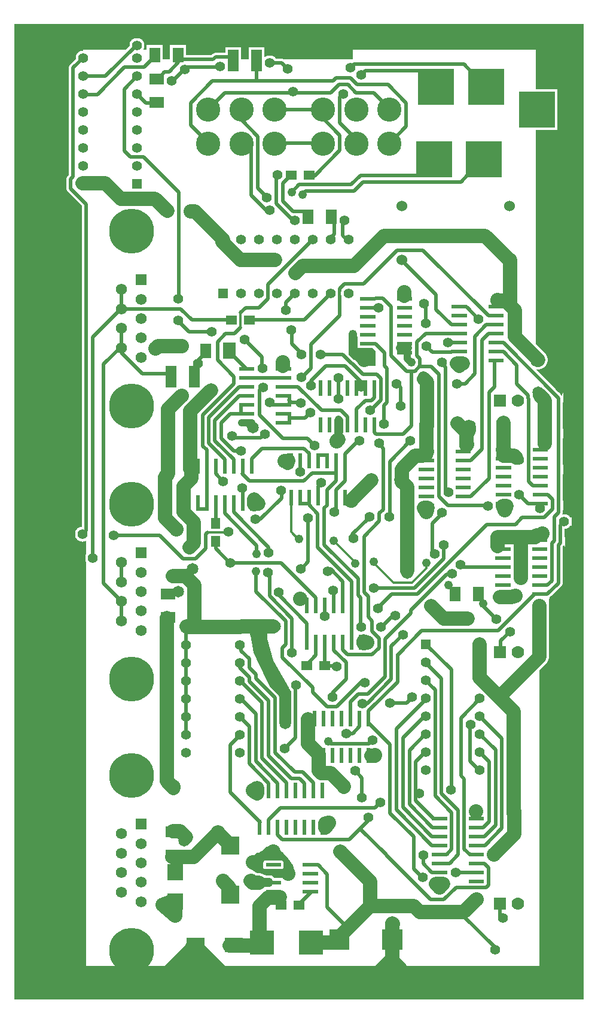
<source format=gbr>
G04 Title: Twister2, layergroup #2 *
G04 Creator: pcb-bin 20060321 *
G04 CreationDate: Thu May 25 07:45:50 2006 UTC *
G04 For: clock *
G04 Format: Gerber/RS-274X *
G04 PCB-Dimensions: 322834 546999 *
G04 PCB-Coordinate-Origin: lower left *
%MOIN*%
%FSLAX24Y24*%
G04 contains layers component (3) GND-comp (4) Vcc-comp (5) *
%IPPOS*%
%ADD11C,0.0200*%
%ADD12C,0.0479*%
%ADD13C,0.0200*%
%ADD14C,0.0480*%
%ADD15C,0.0120*%
%ADD16C,0.0400*%
%ADD17C,0.0800*%
%ADD18C,0.1080*%
%ADD19C,0.0400*%
%ADD20C,0.0680*%
%ADD21C,0.0399*%
%ADD22C,0.0479*%
%ADD23C,0.0100*%
%ADD24C,0.0374*%
%ADD25R,0.0866X0.0866*%
%ADD26R,0.1142X0.1142*%
%ADD27R,0.0946X0.0946*%
%ADD28C,0.0079*%
%ADD29C,0.0080*%
%ADD30R,0.1102X0.1102*%
%ADD31R,0.1378X0.1378*%
%ADD32R,0.1182X0.1182*%
%ADD33C,0.0394*%
%ADD34R,0.0600X0.0600*%
%ADD35R,0.0876X0.0876*%
%ADD36R,0.0680X0.0680*%
%ADD37R,0.0800X0.0800*%
%ADD38R,0.1076X0.1076*%
%ADD39R,0.0880X0.0880*%
%ADD40C,0.0300*%
%ADD41C,0.0400*%
%ADD42C,0.0200*%
%ADD43R,0.0876X0.0876*%
%ADD44R,0.2000X0.2000*%
%ADD45R,0.2276X0.2276*%
%ADD46R,0.2080X0.2080*%
%ADD47R,0.0500X0.0500*%
%ADD48R,0.0775X0.0775*%
%ADD49R,0.0580X0.0580*%
%ADD50R,0.0552X0.0552*%
%ADD51R,0.0632X0.0632*%
%ADD52C,0.0156*%
%AMTHERM1*7,0,0,0.0828,0.0552,0.0156,45*%
%ADD53THERM1*%
%ADD54R,0.0828X0.0828X0.0552X0.0552*%
%ADD55R,0.0828X0.0828*%
%ADD56C,0.0552*%
%ADD57C,0.0632*%
%ADD58C,0.0828X0.0552*%
%ADD59C,0.0828*%
%ADD60C,0.0600*%
%ADD61C,0.0680*%
%ADD62C,0.0876X0.0600*%
%ADD63C,0.0876*%
%ADD64C,0.0160*%
%AMTHERM2*7,0,0,0.0876,0.0600,0.0160,45*%
%ADD65THERM2*%
%ADD66R,0.0700X0.0700*%
%ADD67R,0.0780X0.0780*%
%ADD68R,0.0975X0.0975X0.0700X0.0700*%
%ADD69R,0.0975X0.0975*%
%ADD70C,0.0700*%
%ADD71C,0.0780*%
%ADD72C,0.0210*%
%AMTHERM3*7,0,0,0.0975,0.0700,0.0210,45*%
%ADD73THERM3*%
%ADD74C,0.0975X0.0700*%
%ADD75C,0.0975*%
%ADD76R,0.0916X0.0916*%
%ADD77R,0.0200X0.0200*%
%ADD78R,0.0476X0.0476*%
%ADD79R,0.0280X0.0280*%
%ADD80C,0.1350*%
%ADD81C,0.1430*%
%ADD82C,0.1626X0.1350*%
%ADD83C,0.1626*%
%ADD84R,0.1378X0.1378*%
%ADD85R,0.1653X0.1653*%
%ADD86R,0.1458X0.1458*%
%ADD87R,0.0984X0.0984*%
%ADD88R,0.1260X0.1260*%
%ADD89R,0.1064X0.1064*%
%ADD90R,0.0620X0.0620*%
%ADD91R,0.0900X0.0900X0.0620X0.0620*%
%ADD92R,0.0900X0.0900*%
%ADD93C,0.0620*%
%ADD94C,0.0900X0.0620*%
%ADD95C,0.0900*%
%ADD96C,0.2500*%
%ADD97C,0.2580*%
%ADD98C,0.0625*%
%AMTHERM4*7,0,0,0.2780,0.2500,0.0625,45*%
%ADD99THERM4*%
%ADD100C,0.2780X0.2500*%
%ADD101C,0.2780*%
%ADD102C,0.0133*%
%AMTHERM5*7,0,0,0.0900,0.0620,0.0133,45*%
%ADD103THERM5*%
%ADD104R,0.2600X0.2600*%
%ADD105R,0.2876X0.2876*%
%ADD106R,0.2680X0.2680*%
%ADD107C,0.0169*%
%ADD108C,0.0135*%
%ADD109C,0.0128*%
%ADD110C,0.0162*%
%ADD111C,0.0122*%
%ADD112C,0.0142*%
%ADD113C,0.0149*%
%ADD114C,0.0119*%
%ADD115C,0.0136*%
%ADD116C,0.0128*%
%ADD117C,0.0108*%
%ADD118C,0.0156*%
%ADD119C,0.0101*%
%ADD120C,0.0094*%
%ADD121C,0.0115*%
%ADD122C,0.0173*%
%ADD123C,0.0146*%
%ADD124C,0.0098*%
%ADD125C,0.0091*%
%ADD126C,0.0118*%
%ADD127C,0.0220*%
%ADD128C,0.0186*%
%ADD129C,0.0152*%
%ADD130C,0.0105*%
%ADD131C,0.0132*%
%ADD132C,0.0800*%
%ADD133C,0.1079*%
%ADD134C,0.1079X0.0800*%
%ADD135C,0.0560*%
%ADD136C,0.0839*%
%ADD137C,0.0839X0.0560*%
%ADD138C,0.0480*%
%ADD139C,0.0759*%
%ADD140C,0.0759X0.0480*%
%ADD141C,0.0650*%
%ADD142C,0.0929*%
%ADD143C,0.0929X0.0650*%
%ADD144C,0.0150*%
%AMTHERM6*7,0,0,0.0929,0.0650,0.0150,45*%
%ADD145THERM6*%
%AMTHERM7*7,0,0,0.1079,0.0800,0.0150,45*%
%ADD146THERM7*%
%ADD147C,0.0839*%
%ADD148C,0.0839X0.0560*%
%ADD149C,0.1080X0.0800*%
%ADD150C,0.0160*%
%AMTHERM8*7,0,0,0.0839,0.0560,0.0160,45*%
%ADD151THERM8*%
%ADD152C,0.0120*%
%AMTHERM9*7,0,0,0.0759,0.0480,0.0120,45*%
%ADD153THERM9*%
%ADD154C,0.0150*%
%AMTHERM10*7,0,0,0.1080,0.0800,0.0150,45*%
%ADD155THERM10*%
%ADD156C,0.0560*%
%ADD157C,0.0839*%
%ADD158C,0.0839X0.0560*%
%LNGROUP_1*%
%LPD*%
G01X0Y0D02*
G54D23*G36*
X18209Y39325D02*X18406D01*
Y39699D01*
X18209D01*
Y39325D01*
G37*
G36*
X6870Y46999D02*X7240D01*
Y47199D01*
X6870D01*
Y46999D01*
G37*
G36*
X6860Y51999D02*X7180D01*
Y52199D01*
X6860D01*
Y51999D01*
G37*
G36*
X14210Y39259D02*X14410D01*
Y39699D01*
X14210D01*
Y39259D01*
G37*
G36*
X31040Y27289D02*X31460D01*
Y26319D01*
X31040D01*
Y27289D01*
G37*
G36*
X31170Y27269D02*X31380D01*
Y27039D01*
X31170D01*
Y27269D01*
G37*
G36*
X30350Y24459D02*X31310D01*
Y22399D01*
X30350D01*
Y24459D01*
G37*
G36*
X30000Y22919D02*X30600D01*
Y21939D01*
X30000D01*
Y22919D01*
G37*
G36*
X3010Y54019D02*X3490D01*
Y45559D01*
X3010D01*
Y54019D01*
G37*
G36*
X2720Y44749D02*X3430D01*
Y46429D01*
X2720D01*
Y44749D01*
G37*
G36*
X3330Y44269D02*X4020D01*
Y44929D01*
X3330D01*
Y44269D01*
G37*
G36*
X15510Y52549D02*X19050D01*
Y53519D01*
X15510D01*
Y52549D01*
G37*
G36*
X6230Y53079D02*X8220D01*
Y54039D01*
X6230D01*
Y53079D01*
G37*
G36*
X3300Y53799D02*X4020D01*
Y52319D01*
X3300D01*
Y53799D01*
G37*
G36*
X5310Y53779D02*X6580D01*
Y53069D01*
X5310D01*
Y53779D01*
G37*
G36*
X30550Y27129D02*X30990D01*
Y34269D01*
X30550D01*
Y27129D01*
G37*
G36*
X31500Y34249D02*X31400Y36279D01*
X30400Y36629D01*
X29190Y35929D01*
X29240Y35029D01*
X30500Y33719D01*
X30910Y33559D01*
X31500Y34249D01*
G37*
G36*
X4190Y44369D02*X2950D01*
Y1209D01*
X4190D01*
Y44369D01*
G37*
G36*
X31510Y1569D02*X14880D01*
Y2059D01*
X31510D01*
Y1569D01*
G37*
G36*
X29450Y1689D02*X30640D01*
Y22079D01*
X29450D01*
Y1689D01*
G37*
G36*
X30590Y24209D02*X31080D01*
Y27759D01*
X30590D01*
Y24209D01*
G37*
G36*
X29250Y53959D02*X30980D01*
Y35909D01*
X29250D01*
Y53959D01*
G37*
G36*
X8170Y52549D02*X15750D01*
Y54069D01*
X8170D01*
Y52549D01*
G37*
G36*
X15040Y8209D02*X15220Y8039D01*
X15380Y7489D01*
X15850Y7179D01*
X15840Y7449D01*
X15640Y7809D01*
X15390Y8129D01*
X15140Y8419D01*
X15040Y8209D01*
G37*
G36*
X13480Y7109D02*X14350D01*
Y7739D01*
X13480D01*
Y7109D01*
G37*
G36*
X13380Y7529D02*X15240Y6939D01*
X15790Y7379D01*
X14860Y8689D01*
X14410Y8709D01*
X13270Y8089D01*
X13380Y7529D01*
G37*
G36*
X19310Y35709D02*X19960D01*
Y36489D01*
X19310D01*
Y35709D01*
G37*
G36*
X15570Y16439D02*X15700Y16909D01*
X15650Y17289D01*
X14620Y19069D01*
X14140Y20859D01*
X13290Y20889D01*
X13540Y19509D01*
X14610Y17209D01*
X15000Y16609D01*
X15570Y16439D01*
G37*
G36*
X14720Y15609D02*X15900D01*
Y16919D01*
X14720D01*
Y15609D01*
G37*
G36*
X18990Y35529D02*X19570D01*
Y36209D01*
X18990D01*
Y35529D01*
G37*
G36*
X18820Y35929D02*X19310D01*
Y37509D01*
X18820D01*
Y35929D01*
G37*
%LNCUTS*%
%LPC*%
G54D59*X13810Y39509D03*
X14810D03*
X7010Y51599D03*
Y52599D03*
G54D14*X6310Y47449D02*X6660Y47099D01*
G54D59*X7010Y46599D03*
Y47599D03*
X17810Y39509D03*
X18810D03*
G54D12*X3330Y45349D02*X4200Y44479D01*
X3460Y52069D02*Y46019D01*
X3330Y45889D01*
Y45349D01*
X4010Y52619D02*X3460Y52069D01*
G54D18*X4000Y45629D02*X5260D01*
G54D139*X2980Y52699D03*
Y50699D03*
Y48699D03*
Y46699D03*
G54D43*X2470Y54199D02*X31630D01*
G54D12*X4010Y52619D02*X3460Y52069D01*
G54D139*X2980Y52699D03*
G54D59*X4010Y52599D03*
G54D43*X2470Y54199D02*X31630D01*
G54D14*X6990Y53319D02*X5270Y51599D01*
G54D43*X2470Y54199D02*X31630D01*
G54D12*X3330Y45349D02*X4200Y44479D01*
X3460Y52069D02*Y46019D01*
X3330Y45889D01*
Y45349D01*
G54D139*X2980Y46699D03*
G54D142*X2940Y44649D03*
G54D105*X1484Y53199D02*Y1499D01*
G54D12*X3330Y45349D02*X4200Y44479D01*
Y26299D01*
G54D142*X2940Y44649D03*
G54D14*X6990Y53319D02*X5270Y51599D01*
X7010Y53319D02*X6990D01*
G54D142*X8680Y53649D03*
G54D136*X7020Y53319D03*
G54D35*X8010Y52889D02*Y52689D01*
G54D43*X2470Y54199D02*X31630D01*
G54D14*X30410Y33809D02*X30400Y33819D01*
X27460Y36759D02*X30540Y33679D01*
Y27309D02*Y33679D01*
G54D18*X29390Y35809D02*X28080Y37119D01*
G54D142*X29300Y35739D03*
X31150Y33699D03*
Y35699D03*
G54D43*X31625Y54050D02*Y950D01*
G54D18*X29390Y35809D02*X28080Y37119D01*
G54D142*X30970Y53549D03*
X29300Y35739D03*
G54D136*X29890Y49169D03*
Y50319D03*
G54D142*X31150Y51699D03*
Y43699D03*
Y45699D03*
Y47699D03*
Y49699D03*
Y35699D03*
Y37699D03*
Y39699D03*
Y41699D03*
G54D45*X29320Y49749D03*
G54D43*X2470Y54199D02*X31630D01*
G54D14*X30410Y33809D02*X30400Y33819D01*
X27460Y36759D02*X30540Y33679D01*
Y27309D02*Y33679D01*
X30290Y27059D02*X30540Y27309D01*
G54D136*X30810Y26809D03*
G54D142*X31150Y27699D03*
Y29699D03*
Y31699D03*
Y33699D03*
G54D136*X30810Y26809D03*
G54D142*X31150Y27699D03*
G54D43*X31625Y54050D02*Y950D01*
G54D12*X30820Y26799D02*X30640Y26619D01*
G54D136*X30810Y26809D03*
G54D142*X31150Y27699D03*
G54D43*X31625Y54050D02*Y950D01*
G54D12*X30530Y23389D02*X29900Y22759D01*
X30530Y25499D02*Y23389D01*
G54D14*X30150Y23519D02*X29890Y23259D01*
X30150Y25609D02*Y23519D01*
G54D139*X31130Y23719D03*
G54D43*X31625Y54050D02*Y950D01*
G54D12*X30530Y23389D02*X29900Y22759D01*
G54D78*X29150D02*X29800D01*
G54D14*X30540Y27309D02*Y33679D01*
X30290Y27059D02*X30540Y27309D01*
G54D12*X30820Y26799D02*X30640Y26619D01*
X30530Y25499D02*Y23389D01*
X30640Y26619D02*Y25609D01*
X30530Y25499D01*
G54D136*X30810Y26809D03*
G54D142*X31150Y27699D03*
G54D139*X31170Y25689D03*
G54D142*X18680Y53649D03*
X16680D03*
G54D14*X15090Y52339D02*X15390Y52039D01*
X9340Y52509D02*Y52369D01*
X14410Y52339D02*X15090D01*
X9340Y52369D02*X8810Y51839D01*
X9550Y52529D02*X11260D01*
X9250Y52739D02*X9280Y52709D01*
X9410Y52669D02*X9550Y52529D01*
X11260D02*X11420Y52689D01*
X12240D01*
G54D142*X8680Y53649D03*
G54D136*X14420Y52349D03*
G54D142*X14680Y53649D03*
X12680D03*
X10680D03*
G54D136*X11660Y52139D03*
G54D35*X8010Y52889D02*Y52689D01*
X9310Y52889D02*Y52689D01*
X13700Y52769D02*Y52169D01*
X12400Y52769D02*Y52169D01*
G54D43*X2470Y54199D02*X31630D01*
G54D12*X3330Y45349D02*X4200Y44479D01*
Y26299D01*
X3970Y26069D01*
G54D142*X2940Y4649D03*
Y2649D03*
X4250Y1089D03*
G54D136*X3990Y26099D03*
X4570Y24779D03*
G54D142*X2940Y32649D03*
Y30649D03*
Y28649D03*
Y44649D03*
Y42649D03*
Y40649D03*
Y38649D03*
Y36649D03*
Y34649D03*
Y7929D03*
Y10649D03*
Y12649D03*
Y14649D03*
Y16649D03*
Y18649D03*
Y20649D03*
Y22649D03*
Y24649D03*
Y26649D03*
G54D18*X13350Y6819D02*X13470Y6699D01*
X13810D01*
G54D133*X13380Y6809D03*
X13500Y7839D03*
G54D78*X14310Y7709D02*X14960D01*
X14310Y7209D02*X14960D01*
G54D142*X31150Y1719D03*
G54D43*X31625Y54050D02*Y950D01*
G54D133*X14620Y8429D03*
X15460Y7209D03*
X13380Y6809D03*
X14620Y8429D03*
X13500Y7839D03*
X15460Y7209D03*
G54D78*X14310Y7709D02*X14960D01*
X14310Y7209D02*X14960D01*
G54D18*X29460Y22109D02*Y19289D01*
X27220Y17049D01*
G54D133*X29460Y22109D03*
X19700Y35819D03*
G54D78*X19560Y36209D02*X20210D01*
X19560Y36709D02*X20210D01*
G54D14*X19000Y35599D02*X18500Y36099D01*
G54D133*X19700Y35819D03*
G54D139*X19060Y37229D03*
G54D14*X13650Y18069D02*X14720Y16999D01*
X15860Y17729D02*Y14789D01*
X14720Y16999D02*Y13949D01*
G54D18*X12870Y20979D02*X14640D01*
X12770Y20949D02*X9810D01*
G54D136*X15880Y17719D03*
G54D14*X13650Y18069D02*X14720Y16999D01*
X15860Y17729D02*Y14789D01*
X14720Y16999D02*Y13949D01*
G54D142*X15290Y15589D03*
G54D14*X19610Y34999D02*X19010Y35599D01*
X19000D02*X18500Y36099D01*
G54D133*X19700Y35819D03*
G54D78*X19560Y36209D02*X20210D01*
%LNTRACKS*%
%LPD*%
G54D11*X19120Y52259D02*X18990Y52129D01*
X25260Y52259D02*X19120D01*
X25730Y51789D02*X25260Y52259D01*
X17970Y51329D02*X18140Y51499D01*
X11240Y51329D02*X17970D01*
X10030Y50119D02*X11240Y51329D01*
X10030Y48859D02*Y50119D01*
X11010Y47879D02*X10030Y48859D01*
X10920Y47869D02*X10940D01*
G54D13*X15710Y44089D02*X16350D01*
X15150Y44649D02*X15710Y44089D01*
X15150Y45649D02*Y44649D01*
X15490Y45989D02*X15150Y45649D01*
X14800Y44509D02*X15770Y43539D01*
X14800Y46099D02*Y44509D01*
X15430Y46129D02*X15530D01*
X18480Y43569D02*Y42739D01*
X18030Y42799D02*X17800Y42569D01*
X18030Y43679D02*Y42799D01*
G54D11*X19240Y50689D02*X18780Y51149D01*
X20220Y50689D02*X19240D01*
G54D13*X13340Y47869D02*X13380Y47829D01*
G54D11*X18330Y47459D02*Y48319D01*
X17250Y49399D01*
G54D13*X13380Y44959D02*X14210Y44129D01*
X13380Y47829D02*Y44959D01*
X13680Y52209D02*Y51369D01*
G54D11*X9370Y39279D02*Y45129D01*
X7400Y47099D01*
X7240D01*
G54D13*X14410Y52339D02*X15090D01*
G54D11*X18780Y51149D02*X18300D01*
G54D13*X11260Y52529D02*X11420Y52689D01*
X9550Y52529D02*X11260D01*
X9410Y52669D02*X9550Y52529D01*
X9850Y52099D02*X9750Y51999D01*
X11660Y52099D02*X9850D01*
X9340Y52369D02*X8810Y51839D01*
X9340Y52509D02*Y52369D01*
X9010Y51329D02*X9690Y52009D01*
X8930Y51329D02*X9010D01*
X9250Y52739D02*X9280Y52709D01*
X8810Y51839D02*X8570D01*
X8310Y51579D01*
X13770Y45379D02*X14270Y44879D01*
X13770Y48249D02*Y45379D01*
X6340Y52099D02*X6880D01*
X4820Y50579D02*X6340Y52099D01*
X3990Y50579D02*X4820D01*
X7420Y52099D02*X7140D01*
X7890Y52569D02*X7420Y52099D01*
X7890Y52639D02*Y52569D01*
G54D11*X23700Y39439D02*X21750Y41389D01*
G54D13*X7510Y50109D02*X7020Y50599D01*
G54D11*X3460Y46019D02*X3330Y45889D01*
Y45349D01*
X4200Y44479D01*
G54D13*X6660Y47099D02*X6890D01*
X6310Y50889D02*Y47449D01*
G54D11*X23700Y38619D02*Y39439D01*
G54D13*X7000Y51579D02*X6310Y50889D01*
X8090Y50109D02*X7510D01*
X9380Y39259D02*X9340Y39219D01*
X6310Y47449D02*X6660Y47099D01*
G54D11*X24560Y37759D02*X23700Y38619D01*
G54D13*X11420Y52689D02*X12240D01*
X5270Y51599D02*X4020D01*
X19110Y45199D02*X19630Y45719D01*
X6990Y53319D02*X5270Y51599D01*
G54D11*X30530Y25499D02*Y23389D01*
G54D13*X17870Y43779D02*X17850Y43759D01*
X15090Y52339D02*X15390Y52039D01*
X12880Y49139D02*X13770Y48249D01*
X12880Y49369D02*Y49139D01*
G54D11*X30530Y23389D02*X29900Y22759D01*
G54D13*X18480Y42739D02*X18670Y42549D01*
X20150Y14629D02*X19970Y14449D01*
X23490Y26709D02*Y25099D01*
X21550Y17869D02*Y19399D01*
X19940Y16259D02*X21550Y17869D01*
X21850Y20509D02*X21200Y19859D01*
X24010Y27249D02*Y27229D01*
X21200Y18029D02*X19850Y16679D01*
X19630D01*
X18000Y19649D02*X18690Y18959D01*
X18000Y19669D02*Y19649D01*
X18160Y16509D02*X17620D01*
G54D11*X18140Y51499D02*X18930D01*
X19300Y51129D02*X21020D01*
G54D13*X19370Y17209D02*X18940Y16779D01*
X19880Y17209D02*X20850Y18179D01*
X11030Y32599D02*Y31169D01*
X11370Y32439D02*Y31309D01*
X19950Y15589D02*X21140Y14399D01*
X19510Y17859D02*X19670D01*
X18160Y16509D02*X19510Y17859D01*
X18690Y18959D02*Y18049D01*
X23490Y25099D02*X23620Y24969D01*
X24010Y27229D02*X23490Y26709D01*
X20450Y21949D02*Y21999D01*
X19910Y21499D02*X20120Y21289D01*
X19910Y22649D02*Y21499D01*
X20510Y19789D02*X20120Y19399D01*
Y20909D02*Y20709D01*
X17620Y16509D02*X16810Y17319D01*
Y17559D01*
X20450Y21999D02*X21220Y22769D01*
X22660D01*
X24240Y35419D02*Y28619D01*
X24020Y35639D02*X24240Y35419D01*
X22240Y31269D02*X21110Y30139D01*
X27460Y36759D02*X30540Y33679D01*
X30290Y27059D02*X30540Y27309D01*
X23850Y28219D02*Y33579D01*
X30290Y27049D02*Y25749D01*
X15130Y19779D02*Y19239D01*
X27460Y36259D02*X28200Y35519D01*
X27240Y33539D02*X27080Y33379D01*
X29190Y22759D02*X27170Y20739D01*
X22900D02*X21550Y19389D01*
X23850Y33559D02*Y35009D01*
X23410Y35449D02*X22780D01*
X30150Y25609D02*Y23519D01*
X27290Y20159D02*Y19549D01*
X26310Y22269D02*Y22119D01*
X27020Y21409D01*
X27810Y20679D02*X27290Y20159D01*
X24240Y28619D02*X24420Y28439D01*
X30190Y27529D02*Y27509D01*
X29710Y27029D01*
G54D11*X4010Y52619D02*X3460Y52069D01*
X19770Y51909D02*X19540Y51679D01*
X22970Y51809D02*X22870Y51909D01*
X24550Y18559D02*Y11839D01*
G54D13*X24130Y24739D02*Y25539D01*
G54D11*X4200Y44479D02*Y26299D01*
G54D13*X26660Y34009D02*Y33089D01*
X22660Y22769D02*X26540Y26649D01*
X22790Y35889D02*Y35459D01*
X28320Y28319D02*X28840Y27799D01*
X29140D01*
X25210Y24259D02*X27050D01*
G54D11*X4200Y26299D02*X3970Y26069D01*
G54D13*X20510Y20319D02*Y19799D01*
X23020Y38959D02*X23140Y38839D01*
G54D11*X3460Y52069D02*Y46019D01*
G54D13*X19440Y15409D02*X19050Y15019D01*
X24360Y27709D02*X23850Y28219D01*
X25580Y27699D02*X26550D01*
G54D11*X25090Y45719D02*X25470Y46099D01*
G54D13*X29710Y27029D02*X28500D01*
X26550Y27699D02*X26600Y27649D01*
G54D11*X23140Y19969D02*X24550Y18559D01*
G54D13*X28850Y29039D02*X29090Y28799D01*
X26960Y34309D02*X26660Y34009D01*
X20750Y27489D02*X20540Y27279D01*
X24140Y5759D02*X23400D01*
X30150Y23519D02*X29890Y23259D01*
X28500Y27029D02*X28120Y26649D01*
G54D11*X22030Y50119D02*Y48799D01*
G54D13*X30190Y28039D02*Y27499D01*
X24790Y27709D02*X24360D01*
X29930Y28299D02*X30190Y28039D01*
X16720Y35889D02*Y35329D01*
X15640Y33429D02*X16160D01*
X15500Y33569D02*X15640Y33429D01*
G54D15*X18030Y25719D02*X19200Y24549D01*
G54D13*X13650Y18309D02*Y18069D01*
X15670Y21399D02*Y19489D01*
X19370Y17209D02*X19880D01*
G54D11*X13680Y25489D02*Y25019D01*
G54D13*X19040Y25849D02*Y26099D01*
X19950Y27009D01*
X20800Y32229D02*Y33269D01*
G54D11*X18300Y51149D02*X17840Y50689D01*
G54D13*X20960Y33429D02*Y35329D01*
X24600Y23889D02*X24300D01*
X28120Y26649D02*X26540D01*
X20850Y20279D02*Y18179D01*
X20810Y35479D02*Y36209D01*
G54D11*X26270Y30829D02*X25640Y30199D01*
X26270Y36919D02*Y30829D01*
G54D13*X16720Y35879D02*Y36679D01*
X19690Y25979D02*X20540Y26829D01*
X21710Y34279D02*Y33179D01*
X21510Y34479D02*X21710Y34279D01*
X19690Y22879D02*Y25979D01*
X30290Y25749D02*X30150Y25609D01*
X20960Y35329D02*X20810Y35479D01*
X25070Y24399D02*X25210Y24259D01*
G54D15*X23160Y24219D02*Y24499D01*
G54D13*X18500Y23479D02*X17820Y24159D01*
X18500Y22499D02*Y23479D01*
X14920Y22729D02*X16500Y21149D01*
X18770Y19399D02*X18500Y19669D01*
X14920Y22849D02*Y22729D01*
X20120Y19399D02*X18770D01*
X20470Y22009D02*Y21989D01*
G54D15*X20170Y24589D02*X21340Y23419D01*
G54D11*X18546Y50646D02*X18328Y50428D01*
G54D13*X24300Y23889D02*X22280Y21869D01*
X21110Y30139D02*Y27059D01*
X24540Y36229D02*X23490D01*
X24580Y36269D02*X24540Y36229D01*
X22630Y36799D02*X23110Y37279D01*
G54D11*X18328Y50428D02*Y49008D01*
G54D13*X17460Y27559D02*Y25519D01*
X17610Y27709D02*X17460Y27559D01*
X20630Y20919D02*X21310Y21599D01*
X22280Y21869D02*Y21709D01*
X19500Y22569D02*X19350Y22719D01*
X22280Y21709D02*X20850Y20279D01*
X20480Y31159D02*X20750Y30889D01*
Y27489D01*
G54D11*X18930Y51499D02*X19300Y51129D01*
G54D13*X18000Y22799D02*Y22569D01*
X20800Y33269D02*X20960Y33429D01*
X21310Y21599D02*X21420D01*
X19000Y22569D02*Y23459D01*
X19690Y22869D02*X19910Y22649D01*
X20120Y21289D02*Y20899D01*
G54D11*X18328Y49008D02*X19282Y48054D01*
G54D13*X18130Y18769D02*X18170Y18729D01*
X17540Y18769D02*X18130D01*
X17500Y19789D02*Y18829D01*
X17000Y19359D02*X16520Y18879D01*
X17000Y19799D02*Y19359D01*
X19350Y22719D02*Y23629D01*
G54D15*X19190Y24509D02*Y24479D01*
G54D13*X19000Y22469D02*Y19769D01*
X12740Y34309D02*X11030Y32599D01*
X12710Y32809D02*X12220D01*
G54D15*X24380Y23229D02*X24390D01*
G54D11*X14660Y47859D02*X17390D01*
G54D15*X23020Y24569D02*X23110Y24479D01*
G54D11*X22950Y41919D02*X21540D01*
G54D13*X16420Y45199D02*X19110D01*
G54D15*X26290Y22339D02*Y22199D01*
G54D13*X27260Y4899D02*X27420Y4739D01*
X22630Y36799D02*Y36049D01*
X10690Y32749D02*X12430Y34489D01*
X18970Y45559D02*X19480Y46069D01*
X10690Y31019D02*Y32749D01*
G54D11*X30820Y26799D02*X30640Y26619D01*
G54D13*X13300Y18659D02*X13650Y18309D01*
G54D11*X21090Y49819D02*X20220Y50689D01*
X30640Y25609D02*X30530Y25499D01*
X21020Y51129D02*X22030Y50119D01*
G54D13*X11710Y31449D02*X12430Y30729D01*
G54D15*X22360Y23419D02*X23160Y24219D01*
G54D13*X15130Y19239D02*X16810Y17559D01*
X19500Y20979D02*X19530Y20949D01*
X13650Y16099D02*Y13459D01*
X12120Y26239D02*X12100Y26219D01*
G54D11*X17100Y27239D02*Y25369D01*
G54D13*X19000Y23469D01*
X4570Y37079D02*X6150Y38659D01*
X12810Y16939D02*X13650Y16099D01*
X12900Y29459D02*X13300Y29059D01*
X13900Y26929D02*X15080Y28109D01*
Y28529D01*
X12770Y17959D02*X14000Y16729D01*
X13650Y13459D02*X14860Y12249D01*
X13290Y13329D02*X14370Y12249D01*
G54D11*X16610Y27729D02*X17100Y27239D01*
G54D13*X16500Y20519D02*Y21149D01*
X13620Y26929D02*X13900D01*
X13290Y15419D02*Y13329D01*
G54D11*X24920Y10609D02*Y10739D01*
G54D13*X28840Y33659D02*X28850Y33649D01*
X28200Y34479D02*Y35519D01*
G54D11*X18308Y39758D02*Y39640D01*
X18583Y40034D02*X18308Y39758D01*
G54D15*X23160Y24499D02*X23130Y24469D01*
G54D13*X20810Y36209D02*X20310Y36709D01*
X20300Y39209D02*X20220D01*
X20340Y39249D02*X20300Y39209D01*
X20730Y39249D02*X20340D01*
X21200Y38779D02*X20730Y39249D01*
X21200Y36039D02*Y38779D01*
G54D11*X19630Y45719D02*X25090D01*
X13080Y26089D02*X13680Y25489D01*
G54D13*X18940Y16779D02*Y16209D01*
X12830Y15879D02*X13290Y15419D01*
X12220Y11749D02*X13880Y10089D01*
X12220Y14379D02*Y11749D01*
X12750Y14909D02*X12220Y14379D01*
X13300Y19159D02*Y18659D01*
X22470Y7459D02*X22960Y6969D01*
X11710Y32299D02*Y31449D01*
X22500Y23109D02*X24130Y24739D01*
X5170Y35569D02*Y23359D01*
X6110Y36509D02*X5170Y35569D01*
X14160Y31709D02*X13910Y31459D01*
X12500D02*X12340Y31619D01*
X13910Y31459D02*X12500D01*
G54D11*X13660Y22909D02*Y24019D01*
G54D13*X6160Y36499D02*X6150Y36489D01*
G54D11*X15310Y21259D02*X13660Y22909D01*
G54D13*X14310Y39219D02*Y39369D01*
X13810Y38719D02*X14310Y39219D01*
X13090Y38719D02*X13810D01*
X12800Y38429D02*X13090Y38719D01*
G54D15*X12800Y37659D02*Y38359D01*
G54D13*X12460Y37269D02*X12800Y37609D01*
X11960Y37269D02*X12460D01*
X11510Y36819D02*X11960Y37269D01*
X26500Y6439D02*X24820D01*
X24140Y5759D01*
X26640Y6579D02*X26500Y6439D01*
X10910Y30799D02*X10690Y31019D01*
X10910Y30309D02*Y30799D01*
X14310Y39999D02*Y39659D01*
X16810Y42499D02*X14310Y39999D01*
X18110Y27719D02*Y27449D01*
X12840Y19619D02*X13300Y19159D01*
X21140Y10589D02*X22470Y9259D01*
X6160Y22369D02*Y21259D01*
X5170Y23359D02*X6160Y22369D01*
X28850Y33649D02*Y29039D01*
X22630Y36049D02*X22790Y35889D01*
X23850Y35009D02*X23410Y35449D01*
X20540Y27279D02*Y26829D01*
G54D11*X22030Y48799D02*X21020Y47789D01*
G54D13*X12840Y19619D02*X13290Y19169D01*
X12840Y19929D02*Y19619D01*
X19920Y10179D02*Y10329D01*
X13300Y17919D02*X14370Y16849D01*
X22470Y9259D02*Y7459D01*
X15050Y24519D02*X17000Y22569D01*
X13300Y18149D02*Y17919D01*
X11030Y31169D02*X11910Y30289D01*
X20260Y33709D02*Y33879D01*
X28840Y33659D02*Y33839D01*
X28200Y34479D01*
X12220Y24519D02*X15050D01*
X19450Y31289D02*X19340D01*
X15650Y36719D02*X16180Y36189D01*
X19340Y31289D02*X18610Y30559D01*
X15650Y37449D02*Y36719D01*
X19000Y35599D02*X18500Y36099D01*
X21860Y31689D02*X22310Y32139D01*
X19610Y34999D02*X19010Y35599D01*
X12740Y33809D02*X11370Y32439D01*
X26490Y37759D02*X26610D01*
X25850Y37119D02*X26490Y37759D01*
X25850Y35029D02*Y37119D01*
X24870Y34489D02*X25310D01*
X20390Y34999D02*X19610D01*
X20610Y34779D02*X20390Y34999D01*
X11410Y25309D02*X12230Y24489D01*
X20560Y11139D02*X20300Y10879D01*
X23490Y36229D02*X23140Y36579D01*
Y38839D02*Y37839D01*
X18110Y27449D02*X17980Y27319D01*
X12760Y18689D02*X13300Y18149D01*
X19050Y15019D02*X18700D01*
X12430Y34489D02*Y34889D01*
X21200Y19859D02*Y18029D01*
X22470Y23109D02*X22500D01*
X30540Y27309D02*Y33679D01*
X14410Y22659D02*X15670Y21399D01*
X6150Y24529D02*Y23449D01*
G54D15*X15620Y26229D02*Y27819D01*
X16030Y25819D02*X15620Y26229D01*
G54D11*X22050Y16709D02*X21170D01*
G54D13*X11910Y27519D02*Y27259D01*
X26140Y16939D02*X25080Y15879D01*
X25270Y12479D02*X25080Y12669D01*
X25270Y8579D02*Y12479D01*
X26100Y12979D02*X25590Y13489D01*
X21490Y10759D02*X23460Y8789D01*
X14370Y16849D02*Y13789D01*
X15640Y12519D01*
X16100D02*X16370Y12249D01*
X15640Y12519D02*X16100D01*
X14000Y13629D02*X15370Y12259D01*
X15860Y17729D02*Y14789D01*
X15260Y14189D01*
X26640Y7539D02*Y6579D01*
X26400Y7779D02*X26640Y7539D01*
X26230Y7779D02*X26400D01*
X23100Y16959D02*Y16869D01*
X21490Y15259D01*
Y10759D01*
X19160Y12959D02*X19570Y12549D01*
X23400Y5759D02*X20910Y8249D01*
G54D11*X26610Y37259D02*X26270Y36919D01*
G54D13*X12430Y30729D02*X12830D01*
X24790Y7289D02*X25600D01*
X24770Y7269D02*X24790Y7289D01*
X26420Y8789D02*X26280D01*
X27360Y9729D02*X26420Y8789D01*
X27360Y14749D02*Y9729D01*
X26130Y15979D02*X27360Y14749D01*
X26400Y9289D02*X26260D01*
X27010Y9899D02*X26400Y9289D01*
X27010Y14119D02*Y9899D01*
X26140Y14989D02*X27010Y14119D01*
X25590Y13489D02*Y15629D01*
X25580Y8269D02*X25270Y8579D01*
X25590Y8269D02*X25580D01*
X23650Y11529D02*Y17429D01*
X24570Y10609D02*X23650Y11529D01*
X24570Y8569D02*Y10609D01*
X24280Y8279D02*X24570Y8569D01*
X24180Y8279D02*X24280D01*
X21850Y10909D02*X23470Y9289D01*
X21850Y14769D02*Y10909D01*
X19570Y12549D02*Y11489D01*
X22210Y14089D02*Y11079D01*
X15810Y12859D02*X16270D01*
X16870Y12259D01*
X14720Y13949D02*X15810Y12859D01*
X14720Y16999D02*Y13949D01*
X22210Y11079D02*X23500Y9789D01*
X22570Y13429D02*Y11259D01*
X23090Y14969D02*X22210Y14089D01*
X22570Y11259D02*X23550Y10279D01*
X23080Y15999D02*X21850Y14769D01*
X23100Y13959D02*X22570Y13429D01*
X25080Y12669D02*Y15879D01*
X24450Y7789D02*X24220D01*
X24000Y18089D02*X23100Y18989D01*
X23650Y17429D02*X23100Y17979D01*
G54D11*X24920Y10739D02*X24000Y11659D01*
G54D13*Y12249D02*Y18089D01*
G54D15*X21340Y23419D02*X22360D01*
G54D13*X24920Y10609D02*Y8259D01*
X22990Y7759D02*X23460Y7289D01*
X24920Y8259D02*X24450Y7789D01*
X26650Y10109D02*X26330Y9789D01*
X26650Y13429D02*Y10109D01*
X26120Y13959D02*X26650Y13429D01*
G54D11*X24000Y11659D02*Y12249D01*
G54D13*X22990Y8229D02*Y7759D01*
X23460Y7289D02*X23550D01*
G54D11*X14710Y49739D02*X17320D01*
X19480Y46069D02*X22640D01*
G54D13*X10850Y36219D02*X10410Y35779D01*
G54D15*X24390Y23229D02*X24720Y22899D01*
G54D13*X10410Y35779D02*Y35329D01*
X10870Y26119D02*Y25319D01*
X11370Y31309D02*X12410Y30269D01*
X12830Y34309D02*X12740D01*
X20120Y40499D02*X21540Y41919D01*
X9930Y37379D02*X11110D01*
X20610Y33569D02*Y34779D01*
X12760Y18919D02*Y18689D01*
X20910Y8259D02*X19460Y9709D01*
X26960Y35759D02*Y34309D01*
G54D11*X22640Y46069D02*X22820Y46249D01*
X16713Y36688D02*X18308Y38282D01*
Y39365D01*
G54D13*X20030Y32989D02*X20610Y33569D01*
X30410Y33809D02*X30400Y33819D01*
G54D11*X25640Y28199D02*X26660Y29219D01*
G54D13*X22900Y20739D02*X27170D01*
X18850Y9109D02*X19920Y10179D01*
G54D11*X17840Y50689D02*X11930D01*
G54D13*X25850Y35029D02*X25310Y34489D01*
G54D11*X26660Y29219D02*Y33089D01*
X12410Y27339D02*X14360Y25389D01*
G54D13*X14410Y23779D02*Y22659D01*
X21790Y41359D02*X21970D01*
G54D11*X14360Y25389D02*Y25079D01*
X10990Y49749D02*X11930Y50689D01*
G54D13*X12220Y32809D02*X11710Y32299D01*
X13870Y32729D02*X15170Y31429D01*
G54D11*X16610Y27779D02*Y27729D01*
G54D13*X14000Y16729D02*Y13629D01*
X13990Y35969D02*Y35339D01*
X13000Y36959D02*X13990Y35969D01*
X21200Y36039D02*X22060Y35179D01*
X22790Y35459D02*X22510Y35179D01*
X23110Y37279D02*X24660D01*
X22310Y32139D02*Y35179D01*
X21140Y10589D02*Y14219D01*
X15650Y45139D02*X16070Y45559D01*
X15040Y10879D02*X14370Y10209D01*
X20350Y31689D02*X20260Y31779D01*
X21860Y31689D02*X20350D01*
X17930Y17289D02*Y17039D01*
X18690Y18049D02*X17930Y17289D01*
G54D11*X22870Y51909D02*X19770D01*
G54D13*X21140Y14399D02*Y14199D01*
X16730Y34329D02*Y34639D01*
X17550Y35459D02*X18620D01*
X16730Y34639D02*X17550Y35459D01*
X20000Y32989D02*X20030D01*
X20100Y33549D02*X20260Y33709D01*
X11910Y27259D02*X13080Y26089D01*
G54D11*X16560Y27009D02*Y24559D01*
G54D13*X19750Y33549D02*X20100D01*
X10870Y25319D02*X10280Y24729D01*
X7010Y53319D02*X6990D01*
X8280Y26039D02*X5610D01*
X12120Y24619D02*X12250Y24489D01*
X9590Y24729D02*X8280Y26039D01*
X19260Y33059D02*X19750Y33549D01*
X22460Y23109D02*X20220D01*
X20120Y20709D02*X20510Y20319D01*
X19260Y32609D02*Y33059D01*
Y34559D02*X19760D01*
X15510Y32309D02*Y32809D01*
G54D11*X22360Y17019D02*X22050Y16709D01*
X16560Y24559D02*X16150Y24149D01*
G54D13*X15310Y38999D02*Y38559D01*
X16140Y5559D02*Y5479D01*
X15800Y39489D02*X15310Y38999D01*
X18620Y35459D02*X19520Y34559D01*
X15120Y9109D02*X18840D01*
G54D11*X9320Y39229D02*X9370Y39279D01*
G54D13*X13290Y29059D02*X16330D01*
X16260Y45039D02*X16420Y45199D01*
X12910Y28709D02*Y28179D01*
X10970Y26219D02*X10870Y26119D01*
X13870Y34139D02*Y32729D01*
X16340Y30879D02*X13980D01*
X13410Y30309D01*
X14030Y34299D02*X13870Y34139D01*
X15170Y31429D02*X16280D01*
X14560Y33309D02*X14760D01*
X14430Y33439D02*X14560Y33309D01*
X17110Y28779D02*Y28529D01*
X17310Y28979D02*X17110Y28779D01*
X18110Y29059D02*X17610Y28559D01*
X18110Y29759D02*Y29059D01*
X18610D02*X18110Y28559D01*
X18610Y29759D02*Y29059D01*
G54D11*X30640Y26619D02*Y25609D01*
G54D13*X18790Y42619D02*Y42509D01*
X16070Y45559D02*X18970D01*
X14870Y9359D02*X15120Y9109D01*
G54D11*X20119Y40507D02*X19646Y40034D01*
X26610Y38259D02*X22950Y41919D01*
X19646Y40034D02*X18583D01*
G54D13*X11510Y35809D02*Y36819D01*
X16540Y31429D02*X16970Y30999D01*
X16270Y31429D02*X16540D01*
X4570Y24819D02*Y37079D01*
X18330Y47459D02*X16910Y46039D01*
X6160Y37549D02*Y36209D01*
X7340Y35029D01*
G54D15*X12110Y26219D02*X11020D01*
X26090Y22539D02*X26290Y22339D01*
G54D13*X16910Y46039D02*X16720D01*
X11410Y27509D02*Y26969D01*
X27260Y5549D02*Y4899D01*
X16610Y30609D02*X16340Y30879D01*
X18500Y36099D02*X17090D01*
X16390Y32569D02*X16730Y32909D01*
X15310Y19959D02*X15130Y19779D01*
X15310Y21259D02*Y19959D01*
X18400Y33009D02*X18760Y32649D01*
X17310Y33009D02*X18400D01*
X16000Y34319D02*X17310Y33009D01*
X15480Y34319D02*X16000D01*
X17110Y30509D02*X17610D01*
X16330Y29059D02*X16780Y29509D01*
X18100D01*
X14210Y44129D02*X14430D01*
X7340Y35029D02*X8870D01*
X12170Y36259D02*X13110Y35319D01*
X12170Y36319D02*Y36259D01*
X10910Y27509D02*X10410D01*
X10910D02*Y30209D01*
X18760Y32649D02*Y32509D01*
X12430Y34889D02*X11510Y35809D01*
X17840Y14449D02*X17700Y14589D01*
X19970Y14449D02*X17840D01*
X16740Y6159D02*X16140Y5559D01*
G54D15*X12140Y26249D02*X12110Y26219D01*
G54D13*X15510Y33809D02*Y33309D01*
X13650Y18069D02*X14720Y16999D01*
X15510Y32569D02*X16390D01*
X19500Y21709D02*Y20979D01*
X11910Y30289D02*Y30259D01*
X10280Y24729D02*X9590D01*
X11410Y29459D02*X11890Y28979D01*
X16720Y35329D02*X16200Y34809D01*
X17460Y25519D02*X19350Y23629D01*
X22510Y35179D02*X22060D01*
X24660Y37279D02*X24680Y37259D01*
G54D11*X12410Y27409D02*Y27339D01*
G54D13*X16370Y38029D02*X17840Y39499D01*
X13310Y38029D02*X16370D01*
G54D15*X7410Y38679D02*X7110D01*
X7450Y38639D02*X7410Y38679D01*
X7140Y38619D02*X7430D01*
X7110Y38649D02*X7140Y38619D01*
G54D13*X9460Y38649D02*X7400D01*
X10080Y38029D02*X9460Y38649D01*
X12290Y38029D02*X10080D01*
X6160Y38649D02*X7150D01*
X6150Y38659D02*X6160Y38649D01*
X6170Y38669D02*X6140Y38639D01*
X6170Y39739D02*Y38669D01*
X12810Y32809D02*Y33309D01*
Y34809D02*X15510D01*
X9320Y37989D02*X9930Y37379D01*
X11410Y25719D02*Y25309D01*
G54D15*X19200Y24549D02*Y24499D01*
G54D13*X20300Y10879D02*X15040D01*
X8310Y51579D02*Y51569D01*
X16110Y27809D02*X16610D01*
G54D23*G36*
X30400Y53699D02*X30790D01*
Y53299D01*
X30400D01*
Y53699D01*
G37*
G36*
X31270Y27149D02*X31410D01*
Y26549D01*
X31270D01*
Y27149D01*
G37*
G36*
X31180Y26589D02*X31360D01*
Y26359D01*
X31180D01*
Y26589D01*
G37*
G36*
X31030Y26409D02*X31430D01*
Y26119D01*
X31030D01*
Y26409D01*
G37*
G36*
X30770Y24159D02*X31280D01*
Y23229D01*
X30770D01*
Y24159D01*
G37*
G36*
X31040Y35159D02*X31400D01*
Y34329D01*
X31040D01*
Y35159D01*
G37*
G36*
X29260Y53989D02*X30780D01*
Y53519D01*
X29260D01*
Y53989D01*
G37*
G36*
X5200Y54009D02*X8070D01*
Y53739D01*
X5200D01*
Y54009D01*
G37*
G36*
X2910Y54029D02*X4180D01*
Y53619D01*
X2910D01*
Y54029D01*
G37*
G36*
X3000Y53139D02*X3250Y53089D01*
X3450Y52739D01*
X3300Y52349D01*
X3010Y52279D01*
X3000Y53139D01*
G37*
G36*
X2650Y54209D02*X3070D01*
Y44909D01*
X2650D01*
Y54209D01*
G37*
G36*
X2660Y44109D02*X3480Y44089D01*
X3490Y44799D01*
X3090Y45179D01*
X2700D01*
X2660Y44109D01*
G37*
G36*
X2720Y46299D02*X3220D01*
Y47079D01*
X2720D01*
Y46299D01*
G37*
G36*
X2750Y48269D02*X3210D01*
Y49099D01*
X2750D01*
Y48269D01*
G37*
G36*
X2720Y50289D02*X3210D01*
Y51169D01*
X2720D01*
Y50289D01*
G37*
G36*
X3990Y53069D02*X5390D01*
Y54119D01*
X3990D01*
Y53069D01*
G37*
G36*
X9750Y52949D02*X11960D01*
Y54019D01*
X9750D01*
Y52949D01*
G37*
G36*
X7760Y53329D02*X9890D01*
Y53999D01*
X7760D01*
Y53329D01*
G37*
G36*
X8450Y52679D02*X8870D01*
Y53569D01*
X8450D01*
Y52679D01*
G37*
G36*
X11920Y53209D02*X14410D01*
Y54059D01*
X11920D01*
Y53209D01*
G37*
G36*
X14190Y53079D02*X18450D01*
Y54069D01*
X14190D01*
Y53079D01*
G37*
G36*
X17600Y53059D02*X21720D01*
Y54039D01*
X17600D01*
Y53059D01*
G37*
G36*
X20950D02*X29480D01*
Y54099D01*
X20950D01*
Y53059D01*
G37*
G36*
X30520Y36369D02*X31880D01*
Y54239D01*
X30520D01*
Y36369D01*
G37*
G36*
X30600Y34919D02*X31570D01*
Y36739D01*
X30600D01*
Y34919D01*
G37*
G36*
X30880Y24419D02*X31410D01*
Y26169D01*
X30880D01*
Y24419D01*
G37*
G36*
X31120Y24609D02*X31500D01*
Y22539D01*
X31120D01*
Y24609D01*
G37*
G36*
X30780Y27229D02*X31520D01*
Y34479D01*
X30780D01*
Y27229D01*
G37*
G36*
X15130Y1549D02*X2460D01*
Y2059D01*
X15130D01*
Y1549D01*
G37*
G36*
X2660Y589D02*X15300D01*
Y1739D01*
X2660D01*
Y589D01*
G37*
G36*
X15050Y439D02*X31120D01*
Y1719D01*
X15050D01*
Y439D01*
G37*
G36*
X30350Y529D02*X31850D01*
Y22589D01*
X30350D01*
Y529D01*
G37*
G36*
X2440Y1429D02*X3460D01*
Y44139D01*
X2440D01*
Y1429D01*
G37*
G36*
X31170Y27279D02*X31370D01*
Y27049D01*
X31170D01*
Y27279D01*
G37*
G36*
X15200Y7499D02*X15590D01*
Y7789D01*
X15200D01*
Y7499D01*
G37*
G36*
X15110Y8379D02*X15150Y8319D01*
X15190Y8359D01*
X15140Y8419D01*
X15110Y8379D01*
G37*
G36*
X14670Y6959D02*X15180D01*
Y7199D01*
X14500D01*
X14670Y6959D01*
G37*
G36*
X15490Y7799D02*Y7519D01*
X15780Y7339D01*
X15800Y7419D01*
X15730Y7659D01*
X15650Y7779D01*
X15490Y7799D01*
G37*
G36*
X14050Y8039D02*X15030Y8019D01*
X15210Y8149D01*
X15140Y8419D01*
X14960Y8589D01*
X14530Y8799D01*
X14200Y8669D01*
X14020Y8479D01*
X14050Y8039D01*
G37*
G36*
X14180Y7949D02*X15060D01*
Y8339D01*
X14180D01*
Y7949D01*
G37*
G36*
X14030Y7389D02*X14060Y7949D01*
X13970Y8409D01*
X13720Y8359D01*
X13550Y8229D01*
X13480Y7719D01*
X13300Y7509D01*
X13640Y7299D01*
X14030Y7389D01*
G37*
G36*
X14060Y7189D02*X14220Y7119D01*
X14260Y7459D01*
X14050D01*
X14060Y7189D01*
G37*
G36*
X14210Y7109D02*X15390D01*
Y7459D01*
X14210D01*
Y7109D01*
G37*
G54D17*X9189Y5573D02*X9149Y4881D01*
X8464Y5487D02*X9094Y5692D01*
X9173Y4873D02*X8464Y5487D01*
X10236Y3184D02*X8700Y1648D01*
X10413Y3026D02*X11870Y1570D01*
X10255Y2770D02*X9429Y1944D01*
X10255Y3223D02*Y2770D01*
X10730Y1649D02*X10130Y2249D01*
X21250Y2459D02*Y2689D01*
X20660Y1869D02*X21250Y2459D01*
X21260Y4429D02*X21250Y4439D01*
X21260Y2669D02*Y4429D01*
G54D11*X15230Y7419D02*X15120Y7359D01*
X15280Y7489D02*X15230Y7419D01*
X15310Y7599D02*X15280Y7489D01*
X15330Y7739D02*X15310Y7599D01*
X14060Y7389D02*X14190Y7359D01*
X13900Y7609D02*X14060Y7389D01*
X14010Y7939D02*X13970Y7869D01*
X14040Y7999D02*X14010Y7939D01*
X14110Y8029D02*X14040Y7999D01*
X14280Y8129D02*X14110Y8029D01*
X15280Y7909D02*X15290Y7879D01*
X15240Y7989D02*X15280Y7909D01*
X15180Y8019D02*X15240Y7989D01*
X15140Y8049D02*X15180Y8019D01*
X15030Y8049D02*X15140D01*
G54D19*X18257Y32318D02*Y32514D01*
X18210Y31529D02*X18320Y31809D01*
X18210Y32429D02*Y31529D01*
X18320Y31809D02*Y32439D01*
G54D17*X23230Y27559D02*X23160Y27349D01*
X23020Y27559D02*X23230D01*
X23160Y27349D02*X23020Y27559D01*
X27420Y27659D02*X27640D01*
X27530Y27449D02*X27420Y27659D01*
X19860Y20059D02*X19650Y20039D01*
X17740Y10049D02*X17520Y9759D01*
X24100Y6639D02*X23890Y6429D01*
X23690Y6639D01*
X13480Y11829D02*X13720Y11979D01*
X15430Y30189D02*Y30069D01*
X15460Y30219D02*X15430Y30189D01*
X15410Y30169D02*X15460Y30219D01*
X15260Y30169D02*X15410D01*
X13570Y28029D02*Y27769D01*
Y28019D02*Y28029D01*
X13780Y27809D02*X13570Y28019D01*
X24870Y35609D02*X25190D01*
X25000Y35479D02*X24870Y35609D01*
X25000Y35469D02*Y35479D01*
X21930Y39589D02*Y39359D01*
X15160Y35689D02*Y35469D01*
X27640Y27659D02*X27530Y27449D01*
X27900Y22599D02*X27260D01*
X28110Y22669D02*X27900Y22599D01*
X18170Y31299D02*X18260Y31389D01*
X18170Y31289D02*Y31299D01*
X15250Y30169D02*X15460D01*
X13770Y27829D02*X13580D01*
X23690Y6639D02*X24100D01*
X17520Y10019D02*X17740Y10049D01*
X17520Y9759D02*Y10019D01*
X13720Y11659D02*X13480Y11829D01*
X13720Y11979D02*Y11659D01*
X20300Y13769D02*X20100D01*
X19650Y20129D02*X19860Y20059D01*
X19650Y20039D02*Y20129D01*
G54D19*X18260Y31379D02*Y32269D01*
G54D17*X21250Y2689D02*Y2369D01*
X21770Y1849D01*
X10130Y2249D02*Y3189D01*
G54D23*G36*
X19820Y35459D02*X20310D01*
Y36189D01*
X19820D01*
Y35459D01*
G37*
G36*
X19330Y36109D02*X20310Y36309D01*
X20150Y36469D01*
X19330D01*
Y36109D01*
G37*
G36*
X18820Y36749D02*Y37059D01*
X18830Y37229D01*
X19290Y37239D01*
X19310Y36999D01*
Y36749D01*
X18820D01*
G37*
G36*
X14960Y15569D02*X15620D01*
Y16169D01*
X14960D01*
Y15569D01*
G37*
G36*
X19030Y36279D02*X19300Y36509D01*
X19460Y36309D01*
X19650Y36159D01*
X19370Y35629D01*
X19120Y35849D01*
X19030Y36279D01*
G37*
G36*
X14300Y20689D02*X14280Y20259D01*
X13440Y20199D01*
X13280Y20649D01*
X14300Y20689D01*
G37*
G54D17*X18350Y8449D02*X20010Y6789D01*
X18290Y3689D02*X20010Y5409D01*
X18290Y3559D02*Y3689D01*
X8040Y44779D02*X8710Y44109D01*
X6110Y44779D02*X8040D01*
X5260Y45629D02*X6110Y44779D01*
X26430Y42719D02*X27780Y41369D01*
X10050Y29209D02*X9610Y28769D01*
X10050Y29629D02*Y29209D01*
X8590Y27019D02*X9220Y26389D01*
X8590Y29289D02*Y27019D01*
X8760Y29459D02*X8590Y29289D01*
X20800Y42719D02*X25680D01*
X27840Y38919D02*Y41369D01*
X11780Y42539D02*Y42359D01*
X8760Y33059D02*Y29469D01*
X9510Y33809D02*X8760Y33059D01*
X8190Y36589D02*X9520D01*
X8050Y36449D02*X8190Y36589D01*
X9990Y32959D02*X11150Y34119D01*
X9990Y29739D02*Y32959D01*
X24120Y21399D02*X23420Y22099D01*
X12770Y20949D02*X9810D01*
X27540Y39109D02*X27120D01*
X27550Y39119D02*X27540Y39109D01*
X28080Y38589D02*X27550Y39119D01*
X28080Y37119D02*Y38589D01*
X29390Y35809D02*X28080Y37119D01*
X29770Y31139D02*Y33539D01*
X29460Y19289D02*X27220Y17049D01*
X9610Y27339D02*X10180Y26769D01*
X10440Y20969D02*X10210Y21199D01*
X28440Y23669D02*Y25949D01*
X22080Y28749D02*Y24059D01*
X21790Y29039D02*X22080Y28749D01*
X24120Y21399D02*X25460D01*
X9610Y28769D02*Y27339D01*
X27120Y25949D02*Y25439D01*
X29210Y25949D02*X27120D01*
X29300Y26039D02*X29210Y25949D01*
X23190Y34589D02*Y32109D01*
X23030Y34749D02*X23190Y34589D01*
G54D19*X22090Y35869D02*X22330Y35629D01*
X22090Y36459D02*Y35869D01*
G54D17*X9810Y20949D02*X9800Y20959D01*
X29770Y33539D02*X29480Y33829D01*
X10060Y29669D02*X9990Y29739D01*
X29460Y22109D02*Y19289D01*
G54D13*X25410Y38749D02*X26070Y38089D01*
G54D17*X12780Y41359D02*X14720D01*
X11780Y42359D02*X12780Y41359D01*
X28070Y30469D02*X27460D01*
X28170Y30369D02*X28070Y30469D01*
X27460Y32309D02*Y30469D01*
X25540Y31879D02*Y32089D01*
X25380Y31719D02*X25540Y31879D01*
X26140Y18119D02*Y19989D01*
X28030Y16229D02*X26140Y18119D01*
X28030Y10579D02*Y16229D01*
X10180Y26769D02*Y25599D01*
X9970Y25389D01*
G54D13*X27010Y3079D02*X25140Y4949D01*
X27010Y2969D02*Y3079D01*
G54D17*X25230Y5059D02*X25950Y5779D01*
X22800Y5059D02*X25230D01*
X22450Y5409D02*X22800Y5059D01*
X20010Y5409D02*X22450D01*
X28060Y9409D02*X26910Y8259D01*
X28060Y10709D02*Y9409D01*
X17160Y12929D02*Y13859D01*
X17280Y12809D02*X17160Y12929D01*
X17840Y12809D02*X17280D01*
X18560Y12089D02*X17840Y12809D01*
X18560Y12029D02*Y12089D01*
X16570Y14449D02*X17160Y13859D01*
X16570Y15799D02*Y14449D01*
X10210Y23279D02*X9710Y23779D01*
X4000Y45629D02*X5260D01*
G54D19*X13040Y32319D02*X13440D01*
X13190D02*X12870D01*
G54D17*X25690Y42719D02*X26430D01*
X10250Y44079D02*X11820Y42509D01*
X10040Y44079D02*X10250D01*
X10210Y21199D02*Y23279D01*
X9710Y23779D02*X9010D01*
X8680Y21449D02*Y12359D01*
G54D13*X17630Y7189D02*X17110Y7709D01*
X17630Y5329D02*Y7189D01*
X18610Y4349D02*X17630Y5329D01*
G54D17*X16270Y41049D02*X15860Y40639D01*
X12200Y6419D02*Y6139D01*
X11820Y6799D02*X12200Y6419D01*
X10200Y8149D02*X11560Y9509D01*
X9000Y8149D02*X10200D01*
X9420Y9589D02*X9770Y9239D01*
X9030Y9589D02*X9420D01*
X12200Y8729D02*Y8819D01*
X11520Y9499D01*
X8680Y12359D02*X9050Y11989D01*
X12870Y20979D02*X14640D01*
X25380Y31779D02*Y31049D01*
X24900Y32259D02*X25380Y31779D01*
X23150Y32219D02*Y30589D01*
G54D19*X21730Y36459D02*X22150D01*
G54D17*X21780Y29709D02*Y29019D01*
X22540Y30469D02*X21780Y29709D01*
X22920Y30469D02*X22540D01*
X18990Y28009D02*X20080Y29099D01*
X18990Y27979D02*Y28009D01*
G54D13*X9770Y20939D02*Y14939D01*
G54D19*X13970Y6709D02*X14010Y6669D01*
X14390D01*
X13880Y6709D02*X13920Y6749D01*
G54D17*X13470Y6699D02*X13810D01*
X13350Y6819D02*X13470Y6699D01*
X13630Y3199D02*X12190D01*
X13850Y3419D02*X13630Y3199D01*
X13860Y5409D02*Y3559D01*
X14320Y5869D02*X13860Y5409D01*
X14930Y5869D02*X14320D01*
X14980Y5919D02*X14930Y5869D01*
X20800Y42719D02*X19130Y41049D01*
X16800Y3379D02*X18250D01*
G54D19*X13480Y32029D02*X13190Y32319D01*
G54D17*X20010Y5409D02*Y6789D01*
X19130Y41049D02*X16270D01*
G54D19*X14100Y6759D02*X14390D01*
X14010Y6669D02*X14100Y6759D01*
X14010Y6749D02*X14020Y6759D01*
G54D50*X7010Y45599D03*
G54D56*Y46599D03*
Y47599D03*
Y48599D03*
Y49599D03*
Y50599D03*
Y51599D03*
Y52599D03*
X4010D03*
Y51599D03*
Y50599D03*
Y49599D03*
Y48599D03*
Y47599D03*
Y46599D03*
Y45599D03*
G54D60*X27780Y44369D03*
X21780D03*
Y41369D03*
X27780D03*
G54D66*X27260Y5539D03*
G54D70*X28260D03*
G54D50*X9770Y20939D03*
G54D56*Y19939D03*
Y18939D03*
Y17939D03*
Y16939D03*
Y15939D03*
Y14939D03*
Y13939D03*
X12770D03*
Y14939D03*
Y15939D03*
Y16939D03*
Y17939D03*
Y18939D03*
Y19939D03*
Y20939D03*
G54D66*X27260Y19539D03*
G54D70*X28260D03*
G54D80*X12850Y47849D03*
X14700D03*
X11000D03*
Y49749D03*
X12850D03*
X14700D03*
G54D50*X23110Y19989D03*
G54D56*Y18989D03*
Y17989D03*
Y16989D03*
Y15989D03*
Y14989D03*
Y13989D03*
Y12989D03*
X26110D03*
Y13989D03*
Y14989D03*
Y15989D03*
Y16989D03*
Y17989D03*
Y18989D03*
Y19989D03*
G54D66*X27260Y33539D03*
G54D70*X28260D03*
G54D80*X19250Y47849D03*
X21100D03*
X17400D03*
Y49749D03*
X19250D03*
X21100D03*
G54D50*X11810Y39509D03*
G54D56*X12810D03*
X13810D03*
X14810D03*
X15810D03*
X16810D03*
X17810D03*
X18810D03*
Y42509D03*
X17810D03*
X16810D03*
X15810D03*
X14810D03*
X13810D03*
X12810D03*
X11810D03*
G54D90*X7270Y40269D03*
G54D93*Y39189D03*
Y38109D03*
Y37029D03*
Y35949D03*
G54D96*X6710Y42969D03*
Y33249D03*
G54D93*X6150Y36489D03*
Y37569D03*
Y38649D03*
Y39729D03*
G54D90*X7270Y9969D03*
G54D93*Y8889D03*
Y7809D03*
Y6729D03*
Y5649D03*
G54D96*X6710Y12669D03*
Y2949D03*
G54D93*X6150Y6189D03*
Y7269D03*
Y8349D03*
Y9429D03*
G54D90*X7270Y25069D03*
G54D93*Y23989D03*
Y22909D03*
Y21829D03*
Y20749D03*
G54D96*X6710Y27769D03*
Y18049D03*
G54D93*X6150Y21289D03*
Y22369D03*
Y23449D03*
Y24529D03*
G54D132*X16590Y15779D03*
G54D135*X21730Y33229D03*
X17950Y22969D03*
X18250Y33639D03*
X18260Y34809D03*
X12830Y30729D03*
G54D132*X9530Y36589D03*
G54D135*X19710Y17849D03*
G54D138*X16050Y25829D03*
G54D135*X24370Y36759D03*
X24010Y35679D03*
G54D141*X13480Y32029D03*
G54D132*X10050Y29679D03*
G54D135*X10440Y35619D03*
G54D141*X14760Y41299D03*
G54D132*X9510Y33809D03*
X8050Y36449D03*
G54D135*X12900Y28689D03*
X12210Y24499D03*
X26600Y27659D03*
G54D138*X19190Y24489D03*
G54D135*X15620Y37479D03*
X15310Y38569D03*
X16160Y33399D03*
X16680Y32879D03*
G54D141*X6250Y1089D03*
G54D135*X5710Y26029D03*
X26050Y38069D03*
G54D132*X11840Y6809D03*
X13380D03*
G54D135*X23030Y38949D03*
X14060Y34279D03*
G54D141*X29300Y35739D03*
X29400Y33999D03*
G54D132*X29460Y22109D03*
G54D138*X18000Y25739D03*
G54D135*X20580Y11179D03*
X22760Y11659D03*
G54D132*X18970Y27989D03*
G54D135*X22250Y31309D03*
X14160Y31689D03*
X14430Y33439D03*
G54D138*X13680Y25019D03*
G54D132*X28440Y23669D03*
G54D141*X23370Y22139D03*
G54D135*X11830Y29029D03*
X21500Y34459D03*
G54D141*X22080Y23949D03*
G54D132*X27110Y39129D03*
G54D135*X14010Y35349D03*
G54D132*X21930Y39579D03*
G54D135*X23000Y8239D03*
X14340Y23989D03*
X16940Y31049D03*
X17290Y28979D03*
G54D132*X17740Y10049D03*
G54D141*X25490Y21329D03*
G54D132*X25940Y10679D03*
G54D135*X23000Y34919D03*
X24780Y7269D03*
X22950Y6999D03*
X25610Y15499D03*
X22370Y17029D03*
X21140Y16699D03*
X24870Y34489D03*
X12320Y31579D03*
G54D138*X22310Y35669D03*
G54D135*X3990Y26099D03*
X9330Y39199D03*
X9320Y37999D03*
X11270Y34099D03*
X28310Y30249D03*
X20800Y32229D03*
X20510Y31159D03*
X20500Y38709D03*
X18010Y27329D03*
X27320Y32299D03*
G54D138*X20250Y29099D03*
G54D135*X25610Y32179D03*
G54D141*X28680Y53649D03*
G54D135*X19510Y34309D03*
X12130Y26239D03*
G54D141*X20250Y1089D03*
G54D135*X13630Y26939D03*
X16110Y29589D03*
X15060Y28529D03*
X11200Y37379D03*
X13010Y36939D03*
G54D141*X26680Y53649D03*
X24680D03*
X22680D03*
G54D132*X9220Y26379D03*
G54D141*X15820Y40689D03*
X25000Y35469D03*
G54D132*X16140Y22509D03*
G54D141*X10140Y24159D03*
G54D135*X18160Y18749D03*
X17500Y21549D03*
X20450Y21979D03*
X16180Y36109D03*
X20220Y23099D03*
G54D138*X21600Y29129D03*
G54D135*X18570Y12039D03*
X15670Y19499D03*
X14940Y22889D03*
X16560Y27019D03*
X15270Y14189D03*
G54D141*X14720Y20989D03*
G54D135*X17670Y24049D03*
G54D138*X20210Y24569D03*
G54D135*X21090Y27059D03*
X17250Y36119D03*
G54D138*X26310Y22249D03*
G54D135*X16170Y24159D03*
X14360Y25079D03*
X20010Y33019D03*
G54D132*X19700Y35819D03*
G54D135*X19440Y31309D03*
X27000Y2979D03*
X16200Y34829D03*
X16730Y34359D03*
G54D132*X10040Y44089D03*
G54D135*X20150Y14649D03*
X24010Y27299D03*
G54D132*X25420Y31099D03*
G54D135*X29480Y27549D03*
G54D132*X25970Y5779D03*
X26910Y8259D03*
X29760Y31159D03*
G54D135*X24380Y28449D03*
X28330Y28309D03*
X24590Y23899D03*
X30810Y26809D03*
G54D132*X29640Y26129D03*
G54D135*X25060Y24419D03*
X24120Y25509D03*
X23610Y25019D03*
X19980Y27059D03*
G54D138*X23150Y24509D03*
X24400Y23269D03*
G54D135*X19530Y20949D03*
X20640Y20929D03*
X21410Y21589D03*
X17930Y17039D03*
X19600Y16679D03*
X21860Y20509D03*
G54D138*X17690Y14579D03*
G54D135*X19910Y10329D03*
X18700Y15009D03*
G54D141*X8790Y44109D03*
G54D138*X21690Y36469D03*
X19060Y37229D03*
G54D135*X23130Y37849D03*
X23160Y36579D03*
G54D141*X23260Y32199D03*
G54D138*X24740Y32249D03*
G54D135*X4570Y24779D03*
G54D141*X9340Y22899D03*
G54D17*X21280Y4409D03*
G54D132*X11540Y9469D03*
G54D141*X9670Y9049D03*
X27960Y10659D03*
X15290Y15589D03*
G54D135*X15880Y17719D03*
G54D132*X18390Y8419D03*
G54D135*X19080Y25859D03*
X19550Y11439D03*
X19180Y12949D03*
G54D132*X14620Y8429D03*
X13500Y7839D03*
X15460Y7209D03*
X23160Y27349D03*
X27530Y27449D03*
X28110Y22669D03*
X19860Y20059D03*
G54D135*X27830Y20659D03*
X27060Y21389D03*
X27420Y4739D03*
G54D141*X9970Y25309D03*
G54D132*X20290Y13799D03*
X23890Y6429D03*
X13490Y11829D03*
X18170Y31289D03*
G54D135*X19530Y51679D03*
G54D138*X13670Y24039D03*
G54D132*X15170Y35679D03*
X13770Y27819D03*
X15260Y30169D03*
X9060Y12039D03*
X10760Y1679D03*
G54D135*X29890Y49169D03*
X18600Y43569D03*
X28760Y50309D03*
X14420Y52349D03*
X29890Y50319D03*
X15740Y50729D03*
X15430Y51999D03*
X7020Y53319D03*
X8950Y51329D03*
X9690Y51969D03*
X11660Y52139D03*
X15840Y43559D03*
X14850Y46099D03*
X14260Y44839D03*
X14430Y44129D03*
G54D138*X15660Y45149D03*
X16270Y45019D03*
X2980Y52699D03*
Y50699D03*
Y48699D03*
Y46699D03*
G54D141*X2940Y7929D03*
Y10649D03*
Y12649D03*
Y14649D03*
Y16649D03*
Y18649D03*
Y20649D03*
Y22649D03*
G54D138*X31130Y23719D03*
X31170Y25689D03*
G54D141*X31150Y21719D03*
Y19719D03*
Y17719D03*
Y15719D03*
Y13719D03*
Y11719D03*
Y9719D03*
Y7719D03*
Y5719D03*
Y3719D03*
Y1719D03*
X30970Y53549D03*
X2940Y24649D03*
Y26649D03*
G54D135*X18930Y52069D03*
G54D141*X2940Y4649D03*
Y2649D03*
G54D135*X18540Y50609D03*
G54D141*X2940Y44649D03*
Y42649D03*
Y40649D03*
Y38649D03*
Y36649D03*
Y34649D03*
Y32649D03*
Y30649D03*
Y28649D03*
X31150Y27699D03*
Y29699D03*
Y31699D03*
Y33699D03*
Y35699D03*
Y37699D03*
Y39699D03*
Y41699D03*
Y43699D03*
Y45699D03*
Y47699D03*
Y49699D03*
Y51699D03*
G54D135*X24540Y11889D03*
X28750Y49169D03*
G54D141*X20680Y53649D03*
X18680D03*
X16680D03*
X14680D03*
X12680D03*
X10680D03*
X8680D03*
X4680D03*
X30250Y1089D03*
X28250D03*
X26250D03*
X24250D03*
X22250D03*
X4250D03*
X18250D03*
X16250D03*
X14250D03*
X12250D03*
X10250D03*
X8250D03*
G54D17*X21260Y2699D03*
X9153Y4877D03*
X8444Y5487D03*
G54D156*X2362Y8636D03*
G54D25*X9153Y7318D02*Y7278D01*
Y5664D02*Y5625D01*
G54D30*X18303Y3559D02*Y3520D01*
X21256Y3559D02*Y3520D01*
G54D34*X2460Y499D02*X31630D01*
G54D44*X26480Y51009D03*
X26350Y46969D03*
X23580Y46989D03*
G54D34*X8010Y50149D02*X8210D01*
X8010Y51449D02*X8210D01*
X8010Y52889D02*Y52689D01*
X9310Y52889D02*Y52689D01*
G54D44*X29320Y49749D03*
X23690Y51009D03*
G54D34*X26060Y22869D02*Y22669D01*
X24760Y22869D02*Y22669D01*
G54D37*X12335Y3234D02*X12515D01*
X10205D02*X10405D01*
G54D47*X16450Y18789D02*X16550D01*
X17450D02*X17550D01*
X15560Y46079D02*X15660D01*
X16560D02*X16660D01*
G54D77*X17370Y12159D02*Y11509D01*
X16870Y12159D02*Y11509D01*
X16370Y12159D02*Y11509D01*
X15870Y12159D02*Y11509D01*
X15370Y12159D02*Y11509D01*
X14870Y12159D02*Y11509D01*
X14370Y12159D02*Y11509D01*
Y10109D02*Y9459D01*
X14870Y10109D02*Y9459D01*
X15370Y10109D02*Y9459D01*
X15870Y10109D02*Y9459D01*
X16370Y10109D02*Y9459D01*
X16870Y10109D02*Y9459D01*
X17370Y10109D02*Y9459D01*
X13870Y12159D02*Y11509D01*
Y10109D02*Y9459D01*
X10410Y30209D02*Y29559D01*
X10910Y30209D02*Y29559D01*
X11410Y30209D02*Y29559D01*
X11910Y30209D02*Y29559D01*
X12410Y30209D02*Y29559D01*
X12910Y30209D02*Y29559D01*
X13410Y30209D02*Y29559D01*
Y28159D02*Y27509D01*
X12910Y28159D02*Y27509D01*
X12410Y28159D02*Y27509D01*
X11910Y28159D02*Y27509D01*
X11410Y28159D02*Y27509D01*
X10910Y28159D02*Y27509D01*
X10410Y28159D02*Y27509D01*
X18610Y28459D02*Y27809D01*
X18110Y28459D02*Y27809D01*
X17610Y28459D02*Y27809D01*
X17110Y28459D02*Y27809D01*
X16610Y28459D02*Y27809D01*
X16110Y28459D02*Y27809D01*
X15610Y28459D02*Y27809D01*
Y30509D02*Y29859D01*
X16110Y30509D02*Y29859D01*
X16610Y30509D02*Y29859D01*
X17110Y30509D02*Y29859D01*
X17610Y30509D02*Y29859D01*
X18110Y30509D02*Y29859D01*
X18610Y30509D02*Y29859D01*
G54D47*X15020Y5449D02*X15120D01*
X16020D02*X16120D01*
G54D77*X16500Y22469D02*Y21819D01*
X17000Y22469D02*Y21819D01*
X17500Y22469D02*Y21819D01*
X18000Y22469D02*Y21819D01*
X18500Y22469D02*Y21819D01*
X19000Y22469D02*Y21819D01*
X19500Y22469D02*Y21819D01*
Y20419D02*Y19769D01*
X19000Y20419D02*Y19769D01*
X18500Y20419D02*Y19769D01*
X18000Y20419D02*Y19769D01*
X17500Y20419D02*Y19769D01*
X17000Y20419D02*Y19769D01*
X16500Y20419D02*Y19769D01*
X16360Y6209D02*X17010D01*
X16360Y6709D02*X17010D01*
X16360Y7209D02*X17010D01*
X16360Y7709D02*X17010D01*
X14310D02*X14960D01*
X14310Y7209D02*X14960D01*
X14310Y6709D02*X14960D01*
X14310Y6209D02*X14960D01*
G54D47*X11400Y25769D02*Y25669D01*
Y26769D02*Y26669D01*
G54D34*X2470Y54199D02*X31630D01*
G54D77*X23560Y10289D02*X24210D01*
X23560Y9789D02*X24210D01*
X23560Y9289D02*X24210D01*
X23560Y8789D02*X24210D01*
X23560Y8289D02*X24210D01*
X23560Y7789D02*X24210D01*
X23560Y7289D02*X24210D01*
X25610D02*X26260D01*
X25610Y7789D02*X26260D01*
X25610Y8289D02*X26260D01*
X25610Y8789D02*X26260D01*
X25610Y9289D02*X26260D01*
X25610Y9789D02*X26260D01*
X25610Y10289D02*X26260D01*
X23560Y6789D02*X24210D01*
X25610D02*X26260D01*
G54D34*X8930Y9529D02*X9130D01*
X8930Y8229D02*X9130D01*
G54D77*X29150Y25759D02*X29800D01*
X29150Y25259D02*X29800D01*
X29150Y24759D02*X29800D01*
X29150Y24259D02*X29800D01*
X29150Y23759D02*X29800D01*
X29150Y23259D02*X29800D01*
X29150Y22759D02*X29800D01*
X27100D02*X27750D01*
X27100Y23259D02*X27750D01*
X27100Y23759D02*X27750D01*
X27100Y24259D02*X27750D01*
X27100Y24759D02*X27750D01*
X27100Y25259D02*X27750D01*
X27100Y25759D02*X27750D01*
X12810Y32309D02*X13460D01*
X12810Y32809D02*X13460D01*
X12810Y33309D02*X13460D01*
X12810Y33809D02*X13460D01*
X12810Y34309D02*X13460D01*
X12810Y34809D02*X13460D01*
X12810Y35309D02*X13460D01*
X14860D02*X15510D01*
X14860Y34809D02*X15510D01*
X14860Y34309D02*X15510D01*
X14860Y33809D02*X15510D01*
X14860Y33309D02*X15510D01*
X14860Y32809D02*X15510D01*
X14860Y32309D02*X15510D01*
X26710Y38759D02*X27360D01*
X26710Y38259D02*X27360D01*
X26710Y37759D02*X27360D01*
X26710Y37259D02*X27360D01*
X26710Y36759D02*X27360D01*
X26710Y36259D02*X27360D01*
X26710Y35759D02*X27360D01*
X24660D02*X25310D01*
X24660Y36259D02*X25310D01*
X24660Y36759D02*X25310D01*
X24660Y37259D02*X25310D01*
X24660Y37759D02*X25310D01*
X24660Y38259D02*X25310D01*
X24660Y38759D02*X25310D01*
X20260Y32509D02*Y31859D01*
X19760Y32509D02*Y31859D01*
X19260Y32509D02*Y31859D01*
X18760Y32509D02*Y31859D01*
X18260Y32509D02*Y31859D01*
X17760Y32509D02*Y31859D01*
X17260Y32509D02*Y31859D01*
Y34559D02*Y33909D01*
X17760Y34559D02*Y33909D01*
X18260Y34559D02*Y33909D01*
X18760Y34559D02*Y33909D01*
X19260Y34559D02*Y33909D01*
X19760Y34559D02*Y33909D01*
X20260Y34559D02*Y33909D01*
X16940Y16159D02*Y15509D01*
X17440Y16159D02*Y15509D01*
X17940Y16159D02*Y15509D01*
X18440Y16159D02*Y15509D01*
X18940Y16159D02*Y15509D01*
X19440Y16159D02*Y15509D01*
X19940Y16159D02*Y15509D01*
Y14109D02*Y13459D01*
X19440Y14109D02*Y13459D01*
X18940Y14109D02*Y13459D01*
X18440Y14109D02*Y13459D01*
X17940Y14109D02*Y13459D01*
X17440Y14109D02*Y13459D01*
X16940Y14109D02*Y13459D01*
X29190Y30799D02*X29840D01*
X29190Y30299D02*X29840D01*
X29190Y29799D02*X29840D01*
X29190Y29299D02*X29840D01*
X29190Y28799D02*X29840D01*
X29190Y28299D02*X29840D01*
X29190Y27799D02*X29840D01*
X27140D02*X27790D01*
X27140Y28299D02*X27790D01*
X27140Y28799D02*X27790D01*
X27140Y29299D02*X27790D01*
X27140Y29799D02*X27790D01*
X27140Y30299D02*X27790D01*
X27140Y30799D02*X27790D01*
G54D34*X10240Y35179D02*Y34579D01*
X8940Y35179D02*Y34579D01*
G54D66*X12160Y36409D02*Y36209D01*
G54D34*X10860Y36409D02*Y36209D01*
G54D84*X16738Y3359D03*
X13982D03*
G54D87*X12210Y8787D03*
Y6032D03*
G54D34*X13700Y52769D02*Y52169D01*
X12400Y52769D02*Y52169D01*
X8660Y21459D02*X8860D01*
X8660Y22759D02*X8860D01*
X17870Y43879D02*Y43679D01*
X16570Y43879D02*Y43679D01*
G54D77*X19560Y36209D02*X20210D01*
X19560Y36709D02*X20210D01*
X19560Y37209D02*X20210D01*
X19560Y37709D02*X20210D01*
X19560Y38209D02*X20210D01*
X19560Y38709D02*X20210D01*
X19560Y39209D02*X20210D01*
X21610D02*X22260D01*
X21610Y38709D02*X22260D01*
X21610Y38209D02*X22260D01*
X21610Y37709D02*X22260D01*
X21610Y37209D02*X22260D01*
X21610Y36709D02*X22260D01*
X21610Y36209D02*X22260D01*
G54D47*X13250Y38019D02*X13350D01*
X12250D02*X12350D01*
G54D34*X31625Y54050D02*Y950D01*
G54D77*X24890Y30699D02*X25540D01*
X24890Y30199D02*X25540D01*
X24890Y29699D02*X25540D01*
X24890Y29199D02*X25540D01*
X24890Y28699D02*X25540D01*
X24890Y28199D02*X25540D01*
X24890Y27699D02*X25540D01*
X22840D02*X23490D01*
X22840Y28199D02*X23490D01*
X22840Y28699D02*X23490D01*
X22840Y29199D02*X23490D01*
X22840Y29699D02*X23490D01*
X22840Y30199D02*X23490D01*
X22840Y30699D02*X23490D01*
G54D104*X1484Y53199D02*Y1499D01*
M02*

</source>
